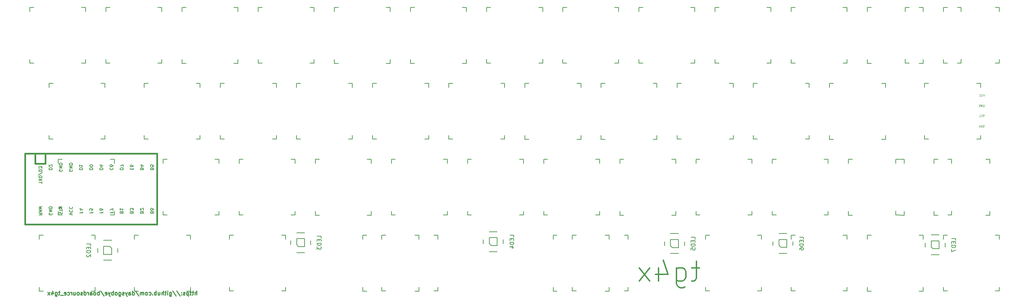
<source format=gbr>
G04 #@! TF.GenerationSoftware,KiCad,Pcbnew,(5.1.4-0-10_14)*
G04 #@! TF.CreationDate,2020-06-13T19:46:11-07:00*
G04 #@! TF.ProjectId,TG4xhotswap,54473478-686f-4747-9377-61702e6b6963,rev?*
G04 #@! TF.SameCoordinates,Original*
G04 #@! TF.FileFunction,Legend,Bot*
G04 #@! TF.FilePolarity,Positive*
%FSLAX46Y46*%
G04 Gerber Fmt 4.6, Leading zero omitted, Abs format (unit mm)*
G04 Created by KiCad (PCBNEW (5.1.4-0-10_14)) date 2020-06-13 19:46:11*
%MOMM*%
%LPD*%
G04 APERTURE LIST*
%ADD10C,0.250000*%
%ADD11C,0.300000*%
%ADD12C,0.125000*%
%ADD13C,0.150000*%
%ADD14C,0.200000*%
%ADD15C,0.381000*%
G04 APERTURE END LIST*
D10*
X55867619Y-86222380D02*
X55867619Y-85222380D01*
X55439047Y-86222380D02*
X55439047Y-85698571D01*
X55486666Y-85603333D01*
X55581904Y-85555714D01*
X55724761Y-85555714D01*
X55820000Y-85603333D01*
X55867619Y-85650952D01*
X55105714Y-85555714D02*
X54724761Y-85555714D01*
X54962857Y-85222380D02*
X54962857Y-86079523D01*
X54915238Y-86174761D01*
X54820000Y-86222380D01*
X54724761Y-86222380D01*
X54534285Y-85555714D02*
X54153333Y-85555714D01*
X54391428Y-85222380D02*
X54391428Y-86079523D01*
X54343809Y-86174761D01*
X54248571Y-86222380D01*
X54153333Y-86222380D01*
X53819999Y-85555714D02*
X53819999Y-86555714D01*
X53819999Y-85603333D02*
X53724761Y-85555714D01*
X53534285Y-85555714D01*
X53439047Y-85603333D01*
X53391428Y-85650952D01*
X53343809Y-85746190D01*
X53343809Y-86031904D01*
X53391428Y-86127142D01*
X53439047Y-86174761D01*
X53534285Y-86222380D01*
X53724761Y-86222380D01*
X53819999Y-86174761D01*
X52962857Y-86174761D02*
X52867619Y-86222380D01*
X52677142Y-86222380D01*
X52581904Y-86174761D01*
X52534285Y-86079523D01*
X52534285Y-86031904D01*
X52581904Y-85936666D01*
X52677142Y-85889047D01*
X52819999Y-85889047D01*
X52915238Y-85841428D01*
X52962857Y-85746190D01*
X52962857Y-85698571D01*
X52915238Y-85603333D01*
X52819999Y-85555714D01*
X52677142Y-85555714D01*
X52581904Y-85603333D01*
X52105714Y-86127142D02*
X52058095Y-86174761D01*
X52105714Y-86222380D01*
X52153333Y-86174761D01*
X52105714Y-86127142D01*
X52105714Y-86222380D01*
X52105714Y-85603333D02*
X52058095Y-85650952D01*
X52105714Y-85698571D01*
X52153333Y-85650952D01*
X52105714Y-85603333D01*
X52105714Y-85698571D01*
X50915238Y-85174761D02*
X51772380Y-86460476D01*
X49867619Y-85174761D02*
X50724761Y-86460476D01*
X49105714Y-85555714D02*
X49105714Y-86365238D01*
X49153333Y-86460476D01*
X49200952Y-86508095D01*
X49296190Y-86555714D01*
X49439047Y-86555714D01*
X49534285Y-86508095D01*
X49105714Y-86174761D02*
X49200952Y-86222380D01*
X49391428Y-86222380D01*
X49486666Y-86174761D01*
X49534285Y-86127142D01*
X49581904Y-86031904D01*
X49581904Y-85746190D01*
X49534285Y-85650952D01*
X49486666Y-85603333D01*
X49391428Y-85555714D01*
X49200952Y-85555714D01*
X49105714Y-85603333D01*
X48629523Y-86222380D02*
X48629523Y-85555714D01*
X48629523Y-85222380D02*
X48677142Y-85270000D01*
X48629523Y-85317619D01*
X48581904Y-85270000D01*
X48629523Y-85222380D01*
X48629523Y-85317619D01*
X48296190Y-85555714D02*
X47915238Y-85555714D01*
X48153333Y-85222380D02*
X48153333Y-86079523D01*
X48105714Y-86174761D01*
X48010476Y-86222380D01*
X47915238Y-86222380D01*
X47581904Y-86222380D02*
X47581904Y-85222380D01*
X47153333Y-86222380D02*
X47153333Y-85698571D01*
X47200952Y-85603333D01*
X47296190Y-85555714D01*
X47439047Y-85555714D01*
X47534285Y-85603333D01*
X47581904Y-85650952D01*
X46248571Y-85555714D02*
X46248571Y-86222380D01*
X46677142Y-85555714D02*
X46677142Y-86079523D01*
X46629523Y-86174761D01*
X46534285Y-86222380D01*
X46391428Y-86222380D01*
X46296190Y-86174761D01*
X46248571Y-86127142D01*
X45772380Y-86222380D02*
X45772380Y-85222380D01*
X45772380Y-85603333D02*
X45677142Y-85555714D01*
X45486666Y-85555714D01*
X45391428Y-85603333D01*
X45343809Y-85650952D01*
X45296190Y-85746190D01*
X45296190Y-86031904D01*
X45343809Y-86127142D01*
X45391428Y-86174761D01*
X45486666Y-86222380D01*
X45677142Y-86222380D01*
X45772380Y-86174761D01*
X44867619Y-86127142D02*
X44820000Y-86174761D01*
X44867619Y-86222380D01*
X44915238Y-86174761D01*
X44867619Y-86127142D01*
X44867619Y-86222380D01*
X43962857Y-86174761D02*
X44058095Y-86222380D01*
X44248571Y-86222380D01*
X44343809Y-86174761D01*
X44391428Y-86127142D01*
X44439047Y-86031904D01*
X44439047Y-85746190D01*
X44391428Y-85650952D01*
X44343809Y-85603333D01*
X44248571Y-85555714D01*
X44058095Y-85555714D01*
X43962857Y-85603333D01*
X43391428Y-86222380D02*
X43486666Y-86174761D01*
X43534285Y-86127142D01*
X43581904Y-86031904D01*
X43581904Y-85746190D01*
X43534285Y-85650952D01*
X43486666Y-85603333D01*
X43391428Y-85555714D01*
X43248571Y-85555714D01*
X43153333Y-85603333D01*
X43105714Y-85650952D01*
X43058095Y-85746190D01*
X43058095Y-86031904D01*
X43105714Y-86127142D01*
X43153333Y-86174761D01*
X43248571Y-86222380D01*
X43391428Y-86222380D01*
X42629523Y-86222380D02*
X42629523Y-85555714D01*
X42629523Y-85650952D02*
X42581904Y-85603333D01*
X42486666Y-85555714D01*
X42343809Y-85555714D01*
X42248571Y-85603333D01*
X42200952Y-85698571D01*
X42200952Y-86222380D01*
X42200952Y-85698571D02*
X42153333Y-85603333D01*
X42058095Y-85555714D01*
X41915238Y-85555714D01*
X41820000Y-85603333D01*
X41772380Y-85698571D01*
X41772380Y-86222380D01*
X40581904Y-85174761D02*
X41439047Y-86460476D01*
X39820000Y-86222380D02*
X39820000Y-85222380D01*
X39820000Y-86174761D02*
X39915238Y-86222380D01*
X40105714Y-86222380D01*
X40200952Y-86174761D01*
X40248571Y-86127142D01*
X40296190Y-86031904D01*
X40296190Y-85746190D01*
X40248571Y-85650952D01*
X40200952Y-85603333D01*
X40105714Y-85555714D01*
X39915238Y-85555714D01*
X39820000Y-85603333D01*
X38915238Y-86222380D02*
X38915238Y-85698571D01*
X38962857Y-85603333D01*
X39058095Y-85555714D01*
X39248571Y-85555714D01*
X39343809Y-85603333D01*
X38915238Y-86174761D02*
X39010476Y-86222380D01*
X39248571Y-86222380D01*
X39343809Y-86174761D01*
X39391428Y-86079523D01*
X39391428Y-85984285D01*
X39343809Y-85889047D01*
X39248571Y-85841428D01*
X39010476Y-85841428D01*
X38915238Y-85793809D01*
X38534285Y-85555714D02*
X38296190Y-86222380D01*
X38058095Y-85555714D02*
X38296190Y-86222380D01*
X38391428Y-86460476D01*
X38439047Y-86508095D01*
X38534285Y-86555714D01*
X37724761Y-86174761D02*
X37629523Y-86222380D01*
X37439047Y-86222380D01*
X37343809Y-86174761D01*
X37296190Y-86079523D01*
X37296190Y-86031904D01*
X37343809Y-85936666D01*
X37439047Y-85889047D01*
X37581904Y-85889047D01*
X37677142Y-85841428D01*
X37724761Y-85746190D01*
X37724761Y-85698571D01*
X37677142Y-85603333D01*
X37581904Y-85555714D01*
X37439047Y-85555714D01*
X37343809Y-85603333D01*
X36439047Y-85555714D02*
X36439047Y-86365238D01*
X36486666Y-86460476D01*
X36534285Y-86508095D01*
X36629523Y-86555714D01*
X36772380Y-86555714D01*
X36867619Y-86508095D01*
X36439047Y-86174761D02*
X36534285Y-86222380D01*
X36724761Y-86222380D01*
X36820000Y-86174761D01*
X36867619Y-86127142D01*
X36915238Y-86031904D01*
X36915238Y-85746190D01*
X36867619Y-85650952D01*
X36820000Y-85603333D01*
X36724761Y-85555714D01*
X36534285Y-85555714D01*
X36439047Y-85603333D01*
X35820000Y-86222380D02*
X35915238Y-86174761D01*
X35962857Y-86127142D01*
X36010476Y-86031904D01*
X36010476Y-85746190D01*
X35962857Y-85650952D01*
X35915238Y-85603333D01*
X35820000Y-85555714D01*
X35677142Y-85555714D01*
X35581904Y-85603333D01*
X35534285Y-85650952D01*
X35486666Y-85746190D01*
X35486666Y-86031904D01*
X35534285Y-86127142D01*
X35581904Y-86174761D01*
X35677142Y-86222380D01*
X35820000Y-86222380D01*
X35058095Y-86222380D02*
X35058095Y-85222380D01*
X35058095Y-85603333D02*
X34962857Y-85555714D01*
X34772380Y-85555714D01*
X34677142Y-85603333D01*
X34629523Y-85650952D01*
X34581904Y-85746190D01*
X34581904Y-86031904D01*
X34629523Y-86127142D01*
X34677142Y-86174761D01*
X34772380Y-86222380D01*
X34962857Y-86222380D01*
X35058095Y-86174761D01*
X34248571Y-85555714D02*
X34010476Y-86222380D01*
X33772380Y-85555714D02*
X34010476Y-86222380D01*
X34105714Y-86460476D01*
X34153333Y-86508095D01*
X34248571Y-86555714D01*
X33010476Y-86174761D02*
X33105714Y-86222380D01*
X33296190Y-86222380D01*
X33391428Y-86174761D01*
X33439047Y-86079523D01*
X33439047Y-85698571D01*
X33391428Y-85603333D01*
X33296190Y-85555714D01*
X33105714Y-85555714D01*
X33010476Y-85603333D01*
X32962857Y-85698571D01*
X32962857Y-85793809D01*
X33439047Y-85889047D01*
X31820000Y-85174761D02*
X32677142Y-86460476D01*
X31486666Y-86222380D02*
X31486666Y-85222380D01*
X31486666Y-85603333D02*
X31391428Y-85555714D01*
X31200952Y-85555714D01*
X31105714Y-85603333D01*
X31058095Y-85650952D01*
X31010476Y-85746190D01*
X31010476Y-86031904D01*
X31058095Y-86127142D01*
X31105714Y-86174761D01*
X31200952Y-86222380D01*
X31391428Y-86222380D01*
X31486666Y-86174761D01*
X30439047Y-86222380D02*
X30534285Y-86174761D01*
X30581904Y-86127142D01*
X30629523Y-86031904D01*
X30629523Y-85746190D01*
X30581904Y-85650952D01*
X30534285Y-85603333D01*
X30439047Y-85555714D01*
X30296190Y-85555714D01*
X30200952Y-85603333D01*
X30153333Y-85650952D01*
X30105714Y-85746190D01*
X30105714Y-86031904D01*
X30153333Y-86127142D01*
X30200952Y-86174761D01*
X30296190Y-86222380D01*
X30439047Y-86222380D01*
X29248571Y-86222380D02*
X29248571Y-85698571D01*
X29296190Y-85603333D01*
X29391428Y-85555714D01*
X29581904Y-85555714D01*
X29677142Y-85603333D01*
X29248571Y-86174761D02*
X29343809Y-86222380D01*
X29581904Y-86222380D01*
X29677142Y-86174761D01*
X29724761Y-86079523D01*
X29724761Y-85984285D01*
X29677142Y-85889047D01*
X29581904Y-85841428D01*
X29343809Y-85841428D01*
X29248571Y-85793809D01*
X28772380Y-86222380D02*
X28772380Y-85555714D01*
X28772380Y-85746190D02*
X28724761Y-85650952D01*
X28677142Y-85603333D01*
X28581904Y-85555714D01*
X28486666Y-85555714D01*
X27724761Y-86222380D02*
X27724761Y-85222380D01*
X27724761Y-86174761D02*
X27820000Y-86222380D01*
X28010476Y-86222380D01*
X28105714Y-86174761D01*
X28153333Y-86127142D01*
X28200952Y-86031904D01*
X28200952Y-85746190D01*
X28153333Y-85650952D01*
X28105714Y-85603333D01*
X28010476Y-85555714D01*
X27820000Y-85555714D01*
X27724761Y-85603333D01*
X27296190Y-86174761D02*
X27200952Y-86222380D01*
X27010476Y-86222380D01*
X26915238Y-86174761D01*
X26867619Y-86079523D01*
X26867619Y-86031904D01*
X26915238Y-85936666D01*
X27010476Y-85889047D01*
X27153333Y-85889047D01*
X27248571Y-85841428D01*
X27296190Y-85746190D01*
X27296190Y-85698571D01*
X27248571Y-85603333D01*
X27153333Y-85555714D01*
X27010476Y-85555714D01*
X26915238Y-85603333D01*
X26296190Y-86222380D02*
X26391428Y-86174761D01*
X26439047Y-86127142D01*
X26486666Y-86031904D01*
X26486666Y-85746190D01*
X26439047Y-85650952D01*
X26391428Y-85603333D01*
X26296190Y-85555714D01*
X26153333Y-85555714D01*
X26058095Y-85603333D01*
X26010476Y-85650952D01*
X25962857Y-85746190D01*
X25962857Y-86031904D01*
X26010476Y-86127142D01*
X26058095Y-86174761D01*
X26153333Y-86222380D01*
X26296190Y-86222380D01*
X25105714Y-85555714D02*
X25105714Y-86222380D01*
X25534285Y-85555714D02*
X25534285Y-86079523D01*
X25486666Y-86174761D01*
X25391428Y-86222380D01*
X25248571Y-86222380D01*
X25153333Y-86174761D01*
X25105714Y-86127142D01*
X24629523Y-86222380D02*
X24629523Y-85555714D01*
X24629523Y-85746190D02*
X24581904Y-85650952D01*
X24534285Y-85603333D01*
X24439047Y-85555714D01*
X24343809Y-85555714D01*
X23581904Y-86174761D02*
X23677142Y-86222380D01*
X23867619Y-86222380D01*
X23962857Y-86174761D01*
X24010476Y-86127142D01*
X24058095Y-86031904D01*
X24058095Y-85746190D01*
X24010476Y-85650952D01*
X23962857Y-85603333D01*
X23867619Y-85555714D01*
X23677142Y-85555714D01*
X23581904Y-85603333D01*
X22772380Y-86174761D02*
X22867619Y-86222380D01*
X23058095Y-86222380D01*
X23153333Y-86174761D01*
X23200952Y-86079523D01*
X23200952Y-85698571D01*
X23153333Y-85603333D01*
X23058095Y-85555714D01*
X22867619Y-85555714D01*
X22772380Y-85603333D01*
X22724761Y-85698571D01*
X22724761Y-85793809D01*
X23200952Y-85889047D01*
X22534285Y-86317619D02*
X21772380Y-86317619D01*
X21677142Y-85555714D02*
X21296190Y-85555714D01*
X21534285Y-85222380D02*
X21534285Y-86079523D01*
X21486666Y-86174761D01*
X21391428Y-86222380D01*
X21296190Y-86222380D01*
X20534285Y-85555714D02*
X20534285Y-86365238D01*
X20581904Y-86460476D01*
X20629523Y-86508095D01*
X20724761Y-86555714D01*
X20867619Y-86555714D01*
X20962857Y-86508095D01*
X20534285Y-86174761D02*
X20629523Y-86222380D01*
X20820000Y-86222380D01*
X20915238Y-86174761D01*
X20962857Y-86127142D01*
X21010476Y-86031904D01*
X21010476Y-85746190D01*
X20962857Y-85650952D01*
X20915238Y-85603333D01*
X20820000Y-85555714D01*
X20629523Y-85555714D01*
X20534285Y-85603333D01*
X19629523Y-85555714D02*
X19629523Y-86222380D01*
X19867619Y-85174761D02*
X20105714Y-85889047D01*
X19486666Y-85889047D01*
X19200952Y-86222380D02*
X18677142Y-85555714D01*
X19200952Y-85555714D02*
X18677142Y-86222380D01*
D11*
X181689047Y-79398571D02*
X179784285Y-79398571D01*
X180974761Y-77731904D02*
X180974761Y-82017619D01*
X180736666Y-82493809D01*
X180260476Y-82731904D01*
X179784285Y-82731904D01*
X175974761Y-79398571D02*
X175974761Y-83446190D01*
X176212857Y-83922380D01*
X176450952Y-84160476D01*
X176927142Y-84398571D01*
X177641428Y-84398571D01*
X178117619Y-84160476D01*
X175974761Y-82493809D02*
X176450952Y-82731904D01*
X177403333Y-82731904D01*
X177879523Y-82493809D01*
X178117619Y-82255714D01*
X178355714Y-81779523D01*
X178355714Y-80350952D01*
X178117619Y-79874761D01*
X177879523Y-79636666D01*
X177403333Y-79398571D01*
X176450952Y-79398571D01*
X175974761Y-79636666D01*
X171450952Y-79398571D02*
X171450952Y-82731904D01*
X172641428Y-77493809D02*
X173831904Y-81065238D01*
X170736666Y-81065238D01*
X169308095Y-82731904D02*
X166689047Y-79398571D01*
X169308095Y-79398571D02*
X166689047Y-82731904D01*
D12*
X252918042Y-44093580D02*
X252846614Y-44117390D01*
X252727566Y-44117390D01*
X252679947Y-44093580D01*
X252656138Y-44069771D01*
X252632328Y-44022152D01*
X252632328Y-43974533D01*
X252656138Y-43926914D01*
X252679947Y-43903104D01*
X252727566Y-43879295D01*
X252822804Y-43855485D01*
X252870423Y-43831676D01*
X252894233Y-43807866D01*
X252918042Y-43760247D01*
X252918042Y-43712628D01*
X252894233Y-43665009D01*
X252870423Y-43641200D01*
X252822804Y-43617390D01*
X252703757Y-43617390D01*
X252632328Y-43641200D01*
X252418042Y-44117390D02*
X252418042Y-43617390D01*
X252298995Y-43617390D01*
X252227566Y-43641200D01*
X252179947Y-43688819D01*
X252156138Y-43736438D01*
X252132328Y-43831676D01*
X252132328Y-43903104D01*
X252156138Y-43998342D01*
X252179947Y-44045961D01*
X252227566Y-44093580D01*
X252298995Y-44117390D01*
X252418042Y-44117390D01*
X251941852Y-43974533D02*
X251703757Y-43974533D01*
X251989471Y-44117390D02*
X251822804Y-43617390D01*
X251656138Y-44117390D01*
X252906138Y-41451980D02*
X252834709Y-41475790D01*
X252715661Y-41475790D01*
X252668042Y-41451980D01*
X252644233Y-41428171D01*
X252620423Y-41380552D01*
X252620423Y-41332933D01*
X252644233Y-41285314D01*
X252668042Y-41261504D01*
X252715661Y-41237695D01*
X252810900Y-41213885D01*
X252858519Y-41190076D01*
X252882328Y-41166266D01*
X252906138Y-41118647D01*
X252906138Y-41071028D01*
X252882328Y-41023409D01*
X252858519Y-40999600D01*
X252810900Y-40975790D01*
X252691852Y-40975790D01*
X252620423Y-40999600D01*
X252120423Y-41428171D02*
X252144233Y-41451980D01*
X252215661Y-41475790D01*
X252263280Y-41475790D01*
X252334709Y-41451980D01*
X252382328Y-41404361D01*
X252406138Y-41356742D01*
X252429947Y-41261504D01*
X252429947Y-41190076D01*
X252406138Y-41094838D01*
X252382328Y-41047219D01*
X252334709Y-40999600D01*
X252263280Y-40975790D01*
X252215661Y-40975790D01*
X252144233Y-40999600D01*
X252120423Y-41023409D01*
X251668042Y-41475790D02*
X251906138Y-41475790D01*
X251906138Y-40975790D01*
X252691852Y-38510400D02*
X252739471Y-38486590D01*
X252810900Y-38486590D01*
X252882328Y-38510400D01*
X252929947Y-38558019D01*
X252953757Y-38605638D01*
X252977566Y-38700876D01*
X252977566Y-38772304D01*
X252953757Y-38867542D01*
X252929947Y-38915161D01*
X252882328Y-38962780D01*
X252810900Y-38986590D01*
X252763280Y-38986590D01*
X252691852Y-38962780D01*
X252668042Y-38938971D01*
X252668042Y-38772304D01*
X252763280Y-38772304D01*
X252453757Y-38986590D02*
X252453757Y-38486590D01*
X252168042Y-38986590D01*
X252168042Y-38486590D01*
X251929947Y-38986590D02*
X251929947Y-38486590D01*
X251810900Y-38486590D01*
X251739471Y-38510400D01*
X251691852Y-38558019D01*
X251668042Y-38605638D01*
X251644233Y-38700876D01*
X251644233Y-38772304D01*
X251668042Y-38867542D01*
X251691852Y-38915161D01*
X251739471Y-38962780D01*
X251810900Y-38986590D01*
X251929947Y-38986590D01*
X253066466Y-35883090D02*
X252899800Y-36383090D01*
X252733133Y-35883090D01*
X252280752Y-36335471D02*
X252304561Y-36359280D01*
X252375990Y-36383090D01*
X252423609Y-36383090D01*
X252495038Y-36359280D01*
X252542657Y-36311661D01*
X252566466Y-36264042D01*
X252590276Y-36168804D01*
X252590276Y-36097376D01*
X252566466Y-36002138D01*
X252542657Y-35954519D01*
X252495038Y-35906900D01*
X252423609Y-35883090D01*
X252375990Y-35883090D01*
X252304561Y-35906900D01*
X252280752Y-35930709D01*
X251780752Y-36335471D02*
X251804561Y-36359280D01*
X251875990Y-36383090D01*
X251923609Y-36383090D01*
X251995038Y-36359280D01*
X252042657Y-36311661D01*
X252066466Y-36264042D01*
X252090276Y-36168804D01*
X252090276Y-36097376D01*
X252066466Y-36002138D01*
X252042657Y-35954519D01*
X251995038Y-35906900D01*
X251923609Y-35883090D01*
X251875990Y-35883090D01*
X251804561Y-35906900D01*
X251780752Y-35930709D01*
D13*
X237708200Y-14107400D02*
X237708200Y-15107400D01*
X236708200Y-14107400D02*
X237708200Y-14107400D01*
X237708200Y-28107400D02*
X236708200Y-28107400D01*
X237708200Y-27107400D02*
X237708200Y-28107400D01*
X223708200Y-28107400D02*
X223708200Y-27107400D01*
X224708200Y-28107400D02*
X223708200Y-28107400D01*
X223708200Y-14107400D02*
X224708200Y-14107400D01*
X223708200Y-15107400D02*
X223708200Y-14107400D01*
X35295600Y-52182000D02*
X35295600Y-53182000D01*
X34295600Y-52182000D02*
X35295600Y-52182000D01*
X35295600Y-66182000D02*
X34295600Y-66182000D01*
X35295600Y-65182000D02*
X35295600Y-66182000D01*
X21295600Y-66182000D02*
X21295600Y-65182000D01*
X22295600Y-66182000D02*
X21295600Y-66182000D01*
X21295600Y-52182000D02*
X22295600Y-52182000D01*
X21295600Y-53182000D02*
X21295600Y-52182000D01*
X30545800Y-71257400D02*
X30545800Y-72257400D01*
X29545800Y-71257400D02*
X30545800Y-71257400D01*
X30545800Y-85257400D02*
X29545800Y-85257400D01*
X30545800Y-84257400D02*
X30545800Y-85257400D01*
X16545800Y-85257400D02*
X16545800Y-84257400D01*
X17545800Y-85257400D02*
X16545800Y-85257400D01*
X16545800Y-71257400D02*
X17545800Y-71257400D01*
X16545800Y-72257400D02*
X16545800Y-71257400D01*
X54345600Y-71257400D02*
X54345600Y-72257400D01*
X53345600Y-71257400D02*
X54345600Y-71257400D01*
X54345600Y-85257400D02*
X53345600Y-85257400D01*
X54345600Y-84257400D02*
X54345600Y-85257400D01*
X40345600Y-85257400D02*
X40345600Y-84257400D01*
X41345600Y-85257400D02*
X40345600Y-85257400D01*
X40345600Y-71257400D02*
X41345600Y-71257400D01*
X40345600Y-72257400D02*
X40345600Y-71257400D01*
X78145400Y-71232000D02*
X78145400Y-72232000D01*
X77145400Y-71232000D02*
X78145400Y-71232000D01*
X78145400Y-85232000D02*
X77145400Y-85232000D01*
X78145400Y-84232000D02*
X78145400Y-85232000D01*
X64145400Y-85232000D02*
X64145400Y-84232000D01*
X65145400Y-85232000D02*
X64145400Y-85232000D01*
X64145400Y-71232000D02*
X65145400Y-71232000D01*
X64145400Y-72232000D02*
X64145400Y-71232000D01*
X159107900Y-71257400D02*
X159107900Y-72257400D01*
X158107900Y-71257400D02*
X159107900Y-71257400D01*
X159107900Y-85257400D02*
X158107900Y-85257400D01*
X159107900Y-84257400D02*
X159107900Y-85257400D01*
X145107900Y-85257400D02*
X145107900Y-84257400D01*
X146107900Y-85257400D02*
X145107900Y-85257400D01*
X145107900Y-71257400D02*
X146107900Y-71257400D01*
X145107900Y-72257400D02*
X145107900Y-71257400D01*
X163895800Y-71232000D02*
X163895800Y-72232000D01*
X162895800Y-71232000D02*
X163895800Y-71232000D01*
X163895800Y-85232000D02*
X162895800Y-85232000D01*
X163895800Y-84232000D02*
X163895800Y-85232000D01*
X149895800Y-85232000D02*
X149895800Y-84232000D01*
X150895800Y-85232000D02*
X149895800Y-85232000D01*
X149895800Y-71232000D02*
X150895800Y-71232000D01*
X149895800Y-72232000D02*
X149895800Y-71232000D01*
X111508300Y-71244700D02*
X111508300Y-72244700D01*
X110508300Y-71244700D02*
X111508300Y-71244700D01*
X111508300Y-85244700D02*
X110508300Y-85244700D01*
X111508300Y-84244700D02*
X111508300Y-85244700D01*
X97508300Y-85244700D02*
X97508300Y-84244700D01*
X98508300Y-85244700D02*
X97508300Y-85244700D01*
X97508300Y-71244700D02*
X98508300Y-71244700D01*
X97508300Y-72244700D02*
X97508300Y-71244700D01*
X116245400Y-71232000D02*
X116245400Y-72232000D01*
X115245400Y-71232000D02*
X116245400Y-71232000D01*
X116245400Y-85232000D02*
X115245400Y-85232000D01*
X116245400Y-84232000D02*
X116245400Y-85232000D01*
X102245400Y-85232000D02*
X102245400Y-84232000D01*
X103245400Y-85232000D02*
X102245400Y-85232000D01*
X102245400Y-71232000D02*
X103245400Y-71232000D01*
X102245400Y-72232000D02*
X102245400Y-71232000D01*
X240370600Y-66207400D02*
X240370600Y-65207400D01*
X241370600Y-66207400D02*
X240370600Y-66207400D01*
X240370600Y-52207400D02*
X241370600Y-52207400D01*
X240370600Y-53207400D02*
X240370600Y-52207400D01*
X254370600Y-52207400D02*
X254370600Y-53207400D01*
X253370600Y-52207400D02*
X254370600Y-52207400D01*
X254370600Y-66207400D02*
X253370600Y-66207400D01*
X254370600Y-65207400D02*
X254370600Y-66207400D01*
X230832900Y-66156600D02*
X230832900Y-65156600D01*
X231832900Y-66156600D02*
X230832900Y-66156600D01*
X230832900Y-52156600D02*
X231832900Y-52156600D01*
X230832900Y-53156600D02*
X230832900Y-52156600D01*
X244832900Y-52156600D02*
X244832900Y-53156600D01*
X243832900Y-52156600D02*
X244832900Y-52156600D01*
X244832900Y-66156600D02*
X243832900Y-66156600D01*
X244832900Y-65156600D02*
X244832900Y-66156600D01*
X233207800Y-28069300D02*
X233207800Y-27069300D01*
X234207800Y-28069300D02*
X233207800Y-28069300D01*
X233207800Y-14069300D02*
X234207800Y-14069300D01*
X233207800Y-15069300D02*
X233207800Y-14069300D01*
X247207800Y-14069300D02*
X247207800Y-15069300D01*
X246207800Y-14069300D02*
X247207800Y-14069300D01*
X247207800Y-28069300D02*
X246207800Y-28069300D01*
X247207800Y-27069300D02*
X247207800Y-28069300D01*
X32984200Y-33132000D02*
X32984200Y-34132000D01*
X31984200Y-33132000D02*
X32984200Y-33132000D01*
X32984200Y-47132000D02*
X31984200Y-47132000D01*
X32984200Y-46132000D02*
X32984200Y-47132000D01*
X18984200Y-47132000D02*
X18984200Y-46132000D01*
X19984200Y-47132000D02*
X18984200Y-47132000D01*
X18984200Y-33132000D02*
X19984200Y-33132000D01*
X18984200Y-34132000D02*
X18984200Y-33132000D01*
X252059200Y-33132000D02*
X252059200Y-34132000D01*
X251059200Y-33132000D02*
X252059200Y-33132000D01*
X252059200Y-47132000D02*
X251059200Y-47132000D01*
X252059200Y-46132000D02*
X252059200Y-47132000D01*
X238059200Y-47132000D02*
X238059200Y-46132000D01*
X239059200Y-47132000D02*
X238059200Y-47132000D01*
X238059200Y-33132000D02*
X239059200Y-33132000D01*
X238059200Y-34132000D02*
X238059200Y-33132000D01*
X75859400Y-33132000D02*
X75859400Y-34132000D01*
X74859400Y-33132000D02*
X75859400Y-33132000D01*
X75859400Y-47132000D02*
X74859400Y-47132000D01*
X75859400Y-46132000D02*
X75859400Y-47132000D01*
X61859400Y-47132000D02*
X61859400Y-46132000D01*
X62859400Y-47132000D02*
X61859400Y-47132000D01*
X61859400Y-33132000D02*
X62859400Y-33132000D01*
X61859400Y-34132000D02*
X61859400Y-33132000D01*
X175783000Y-52207400D02*
X175783000Y-53207400D01*
X174783000Y-52207400D02*
X175783000Y-52207400D01*
X175783000Y-66207400D02*
X174783000Y-66207400D01*
X175783000Y-65207400D02*
X175783000Y-66207400D01*
X161783000Y-66207400D02*
X161783000Y-65207400D01*
X162783000Y-66207400D02*
X161783000Y-66207400D01*
X161783000Y-52207400D02*
X162783000Y-52207400D01*
X161783000Y-53207400D02*
X161783000Y-52207400D01*
X61508400Y-52182000D02*
X61508400Y-53182000D01*
X60508400Y-52182000D02*
X61508400Y-52182000D01*
X61508400Y-66182000D02*
X60508400Y-66182000D01*
X61508400Y-65182000D02*
X61508400Y-66182000D01*
X47508400Y-66182000D02*
X47508400Y-65182000D01*
X48508400Y-66182000D02*
X47508400Y-66182000D01*
X47508400Y-52182000D02*
X48508400Y-52182000D01*
X47508400Y-53182000D02*
X47508400Y-52182000D01*
X99608400Y-52207400D02*
X99608400Y-53207400D01*
X98608400Y-52207400D02*
X99608400Y-52207400D01*
X99608400Y-66207400D02*
X98608400Y-66207400D01*
X99608400Y-65207400D02*
X99608400Y-66207400D01*
X85608400Y-66207400D02*
X85608400Y-65207400D01*
X86608400Y-66207400D02*
X85608400Y-66207400D01*
X85608400Y-52207400D02*
X86608400Y-52207400D01*
X85608400Y-53207400D02*
X85608400Y-52207400D01*
X194833000Y-52182000D02*
X194833000Y-53182000D01*
X193833000Y-52182000D02*
X194833000Y-52182000D01*
X194833000Y-66182000D02*
X193833000Y-66182000D01*
X194833000Y-65182000D02*
X194833000Y-66182000D01*
X180833000Y-66182000D02*
X180833000Y-65182000D01*
X181833000Y-66182000D02*
X180833000Y-66182000D01*
X180833000Y-52182000D02*
X181833000Y-52182000D01*
X180833000Y-53182000D02*
X180833000Y-52182000D01*
X85308200Y-14082000D02*
X85308200Y-15082000D01*
X84308200Y-14082000D02*
X85308200Y-14082000D01*
X85308200Y-28082000D02*
X84308200Y-28082000D01*
X85308200Y-27082000D02*
X85308200Y-28082000D01*
X71308200Y-28082000D02*
X71308200Y-27082000D01*
X72308200Y-28082000D02*
X71308200Y-28082000D01*
X71308200Y-14082000D02*
X72308200Y-14082000D01*
X71308200Y-15082000D02*
X71308200Y-14082000D01*
X213908400Y-52182000D02*
X213908400Y-53182000D01*
X212908400Y-52182000D02*
X213908400Y-52182000D01*
X213908400Y-66182000D02*
X212908400Y-66182000D01*
X213908400Y-65182000D02*
X213908400Y-66182000D01*
X199908400Y-66182000D02*
X199908400Y-65182000D01*
X200908400Y-66182000D02*
X199908400Y-66182000D01*
X199908400Y-52182000D02*
X200908400Y-52182000D01*
X199908400Y-53182000D02*
X199908400Y-52182000D01*
X28158200Y-14082000D02*
X28158200Y-15082000D01*
X27158200Y-14082000D02*
X28158200Y-14082000D01*
X28158200Y-28082000D02*
X27158200Y-28082000D01*
X28158200Y-27082000D02*
X28158200Y-28082000D01*
X14158200Y-28082000D02*
X14158200Y-27082000D01*
X15158200Y-28082000D02*
X14158200Y-28082000D01*
X14158200Y-14082000D02*
X15158200Y-14082000D01*
X14158200Y-15082000D02*
X14158200Y-14082000D01*
X47208200Y-14082000D02*
X47208200Y-15082000D01*
X46208200Y-14082000D02*
X47208200Y-14082000D01*
X47208200Y-28082000D02*
X46208200Y-28082000D01*
X47208200Y-27082000D02*
X47208200Y-28082000D01*
X33208200Y-28082000D02*
X33208200Y-27082000D01*
X34208200Y-28082000D02*
X33208200Y-28082000D01*
X33208200Y-14082000D02*
X34208200Y-14082000D01*
X33208200Y-15082000D02*
X33208200Y-14082000D01*
X66258200Y-14107400D02*
X66258200Y-15107400D01*
X65258200Y-14107400D02*
X66258200Y-14107400D01*
X66258200Y-28107400D02*
X65258200Y-28107400D01*
X66258200Y-27107400D02*
X66258200Y-28107400D01*
X52258200Y-28107400D02*
X52258200Y-27107400D01*
X53258200Y-28107400D02*
X52258200Y-28107400D01*
X52258200Y-14107400D02*
X53258200Y-14107400D01*
X52258200Y-15107400D02*
X52258200Y-14107400D01*
X104358200Y-14107400D02*
X104358200Y-15107400D01*
X103358200Y-14107400D02*
X104358200Y-14107400D01*
X104358200Y-28107400D02*
X103358200Y-28107400D01*
X104358200Y-27107400D02*
X104358200Y-28107400D01*
X90358200Y-28107400D02*
X90358200Y-27107400D01*
X91358200Y-28107400D02*
X90358200Y-28107400D01*
X90358200Y-14107400D02*
X91358200Y-14107400D01*
X90358200Y-15107400D02*
X90358200Y-14107400D01*
X123408200Y-14107400D02*
X123408200Y-15107400D01*
X122408200Y-14107400D02*
X123408200Y-14107400D01*
X123408200Y-28107400D02*
X122408200Y-28107400D01*
X123408200Y-27107400D02*
X123408200Y-28107400D01*
X109408200Y-28107400D02*
X109408200Y-27107400D01*
X110408200Y-28107400D02*
X109408200Y-28107400D01*
X109408200Y-14107400D02*
X110408200Y-14107400D01*
X109408200Y-15107400D02*
X109408200Y-14107400D01*
X142483600Y-14056600D02*
X142483600Y-15056600D01*
X141483600Y-14056600D02*
X142483600Y-14056600D01*
X142483600Y-28056600D02*
X141483600Y-28056600D01*
X142483600Y-27056600D02*
X142483600Y-28056600D01*
X128483600Y-28056600D02*
X128483600Y-27056600D01*
X129483600Y-28056600D02*
X128483600Y-28056600D01*
X128483600Y-14056600D02*
X129483600Y-14056600D01*
X128483600Y-15056600D02*
X128483600Y-14056600D01*
X161508200Y-14082000D02*
X161508200Y-15082000D01*
X160508200Y-14082000D02*
X161508200Y-14082000D01*
X161508200Y-28082000D02*
X160508200Y-28082000D01*
X161508200Y-27082000D02*
X161508200Y-28082000D01*
X147508200Y-28082000D02*
X147508200Y-27082000D01*
X148508200Y-28082000D02*
X147508200Y-28082000D01*
X147508200Y-14082000D02*
X148508200Y-14082000D01*
X147508200Y-15082000D02*
X147508200Y-14082000D01*
X180558200Y-14082000D02*
X180558200Y-15082000D01*
X179558200Y-14082000D02*
X180558200Y-14082000D01*
X180558200Y-28082000D02*
X179558200Y-28082000D01*
X180558200Y-27082000D02*
X180558200Y-28082000D01*
X166558200Y-28082000D02*
X166558200Y-27082000D01*
X167558200Y-28082000D02*
X166558200Y-28082000D01*
X166558200Y-14082000D02*
X167558200Y-14082000D01*
X166558200Y-15082000D02*
X166558200Y-14082000D01*
X199608200Y-14082000D02*
X199608200Y-15082000D01*
X198608200Y-14082000D02*
X199608200Y-14082000D01*
X199608200Y-28082000D02*
X198608200Y-28082000D01*
X199608200Y-27082000D02*
X199608200Y-28082000D01*
X185608200Y-28082000D02*
X185608200Y-27082000D01*
X186608200Y-28082000D02*
X185608200Y-28082000D01*
X185608200Y-14082000D02*
X186608200Y-14082000D01*
X185608200Y-15082000D02*
X185608200Y-14082000D01*
X218658200Y-14082000D02*
X218658200Y-15082000D01*
X217658200Y-14082000D02*
X218658200Y-14082000D01*
X218658200Y-28082000D02*
X217658200Y-28082000D01*
X218658200Y-27082000D02*
X218658200Y-28082000D01*
X204658200Y-28082000D02*
X204658200Y-27082000D01*
X205658200Y-28082000D02*
X204658200Y-28082000D01*
X204658200Y-14082000D02*
X205658200Y-14082000D01*
X204658200Y-15082000D02*
X204658200Y-14082000D01*
X80533000Y-52182000D02*
X80533000Y-53182000D01*
X79533000Y-52182000D02*
X80533000Y-52182000D01*
X80533000Y-66182000D02*
X79533000Y-66182000D01*
X80533000Y-65182000D02*
X80533000Y-66182000D01*
X66533000Y-66182000D02*
X66533000Y-65182000D01*
X67533000Y-66182000D02*
X66533000Y-66182000D01*
X66533000Y-52182000D02*
X67533000Y-52182000D01*
X66533000Y-53182000D02*
X66533000Y-52182000D01*
X118633000Y-52182000D02*
X118633000Y-53182000D01*
X117633000Y-52182000D02*
X118633000Y-52182000D01*
X118633000Y-66182000D02*
X117633000Y-66182000D01*
X118633000Y-65182000D02*
X118633000Y-66182000D01*
X104633000Y-66182000D02*
X104633000Y-65182000D01*
X105633000Y-66182000D02*
X104633000Y-66182000D01*
X104633000Y-52182000D02*
X105633000Y-52182000D01*
X104633000Y-53182000D02*
X104633000Y-52182000D01*
X137683000Y-52182000D02*
X137683000Y-53182000D01*
X136683000Y-52182000D02*
X137683000Y-52182000D01*
X137683000Y-66182000D02*
X136683000Y-66182000D01*
X137683000Y-65182000D02*
X137683000Y-66182000D01*
X123683000Y-66182000D02*
X123683000Y-65182000D01*
X124683000Y-66182000D02*
X123683000Y-66182000D01*
X123683000Y-52182000D02*
X124683000Y-52182000D01*
X123683000Y-53182000D02*
X123683000Y-52182000D01*
X156733000Y-52182000D02*
X156733000Y-53182000D01*
X155733000Y-52182000D02*
X156733000Y-52182000D01*
X156733000Y-66182000D02*
X155733000Y-66182000D01*
X156733000Y-65182000D02*
X156733000Y-66182000D01*
X142733000Y-66182000D02*
X142733000Y-65182000D01*
X143733000Y-66182000D02*
X142733000Y-66182000D01*
X142733000Y-52182000D02*
X143733000Y-52182000D01*
X142733000Y-53182000D02*
X142733000Y-52182000D01*
X232958400Y-52207400D02*
X232958400Y-53207400D01*
X231958400Y-52207400D02*
X232958400Y-52207400D01*
X232958400Y-66207400D02*
X231958400Y-66207400D01*
X232958400Y-65207400D02*
X232958400Y-66207400D01*
X218958400Y-66207400D02*
X218958400Y-65207400D01*
X219958400Y-66207400D02*
X218958400Y-66207400D01*
X218958400Y-52207400D02*
X219958400Y-52207400D01*
X218958400Y-53207400D02*
X218958400Y-52207400D01*
X218658200Y-71232000D02*
X218658200Y-72232000D01*
X217658200Y-71232000D02*
X218658200Y-71232000D01*
X218658200Y-85232000D02*
X217658200Y-85232000D01*
X218658200Y-84232000D02*
X218658200Y-85232000D01*
X204658200Y-85232000D02*
X204658200Y-84232000D01*
X205658200Y-85232000D02*
X204658200Y-85232000D01*
X204658200Y-71232000D02*
X205658200Y-71232000D01*
X204658200Y-72232000D02*
X204658200Y-71232000D01*
X237708200Y-71257400D02*
X237708200Y-72257400D01*
X236708200Y-71257400D02*
X237708200Y-71257400D01*
X237708200Y-85257400D02*
X236708200Y-85257400D01*
X237708200Y-84257400D02*
X237708200Y-85257400D01*
X223708200Y-85257400D02*
X223708200Y-84257400D01*
X224708200Y-85257400D02*
X223708200Y-85257400D01*
X223708200Y-71257400D02*
X224708200Y-71257400D01*
X223708200Y-72257400D02*
X223708200Y-71257400D01*
X256758200Y-71232000D02*
X256758200Y-72232000D01*
X255758200Y-71232000D02*
X256758200Y-71232000D01*
X256758200Y-85232000D02*
X255758200Y-85232000D01*
X256758200Y-84232000D02*
X256758200Y-85232000D01*
X242758200Y-85232000D02*
X242758200Y-84232000D01*
X243758200Y-85232000D02*
X242758200Y-85232000D01*
X242758200Y-71232000D02*
X243758200Y-71232000D01*
X242758200Y-72232000D02*
X242758200Y-71232000D01*
X56784000Y-33132000D02*
X56784000Y-34132000D01*
X55784000Y-33132000D02*
X56784000Y-33132000D01*
X56784000Y-47132000D02*
X55784000Y-47132000D01*
X56784000Y-46132000D02*
X56784000Y-47132000D01*
X42784000Y-47132000D02*
X42784000Y-46132000D01*
X43784000Y-47132000D02*
X42784000Y-47132000D01*
X42784000Y-33132000D02*
X43784000Y-33132000D01*
X42784000Y-34132000D02*
X42784000Y-33132000D01*
X94884000Y-33132000D02*
X94884000Y-34132000D01*
X93884000Y-33132000D02*
X94884000Y-33132000D01*
X94884000Y-47132000D02*
X93884000Y-47132000D01*
X94884000Y-46132000D02*
X94884000Y-47132000D01*
X80884000Y-47132000D02*
X80884000Y-46132000D01*
X81884000Y-47132000D02*
X80884000Y-47132000D01*
X80884000Y-33132000D02*
X81884000Y-33132000D01*
X80884000Y-34132000D02*
X80884000Y-33132000D01*
X113959400Y-33132000D02*
X113959400Y-34132000D01*
X112959400Y-33132000D02*
X113959400Y-33132000D01*
X113959400Y-47132000D02*
X112959400Y-47132000D01*
X113959400Y-46132000D02*
X113959400Y-47132000D01*
X99959400Y-47132000D02*
X99959400Y-46132000D01*
X100959400Y-47132000D02*
X99959400Y-47132000D01*
X99959400Y-33132000D02*
X100959400Y-33132000D01*
X99959400Y-34132000D02*
X99959400Y-33132000D01*
X132984000Y-33132000D02*
X132984000Y-34132000D01*
X131984000Y-33132000D02*
X132984000Y-33132000D01*
X132984000Y-47132000D02*
X131984000Y-47132000D01*
X132984000Y-46132000D02*
X132984000Y-47132000D01*
X118984000Y-47132000D02*
X118984000Y-46132000D01*
X119984000Y-47132000D02*
X118984000Y-47132000D01*
X118984000Y-33132000D02*
X119984000Y-33132000D01*
X118984000Y-34132000D02*
X118984000Y-33132000D01*
X152059400Y-33157400D02*
X152059400Y-34157400D01*
X151059400Y-33157400D02*
X152059400Y-33157400D01*
X152059400Y-47157400D02*
X151059400Y-47157400D01*
X152059400Y-46157400D02*
X152059400Y-47157400D01*
X138059400Y-47157400D02*
X138059400Y-46157400D01*
X139059400Y-47157400D02*
X138059400Y-47157400D01*
X138059400Y-33157400D02*
X139059400Y-33157400D01*
X138059400Y-34157400D02*
X138059400Y-33157400D01*
X171084000Y-33157400D02*
X171084000Y-34157400D01*
X170084000Y-33157400D02*
X171084000Y-33157400D01*
X171084000Y-47157400D02*
X170084000Y-47157400D01*
X171084000Y-46157400D02*
X171084000Y-47157400D01*
X157084000Y-47157400D02*
X157084000Y-46157400D01*
X158084000Y-47157400D02*
X157084000Y-47157400D01*
X157084000Y-33157400D02*
X158084000Y-33157400D01*
X157084000Y-34157400D02*
X157084000Y-33157400D01*
X190159400Y-33132000D02*
X190159400Y-34132000D01*
X189159400Y-33132000D02*
X190159400Y-33132000D01*
X190159400Y-47132000D02*
X189159400Y-47132000D01*
X190159400Y-46132000D02*
X190159400Y-47132000D01*
X176159400Y-47132000D02*
X176159400Y-46132000D01*
X177159400Y-47132000D02*
X176159400Y-47132000D01*
X176159400Y-33132000D02*
X177159400Y-33132000D01*
X176159400Y-34132000D02*
X176159400Y-33132000D01*
X209184000Y-33132000D02*
X209184000Y-34132000D01*
X208184000Y-33132000D02*
X209184000Y-33132000D01*
X209184000Y-47132000D02*
X208184000Y-47132000D01*
X209184000Y-46132000D02*
X209184000Y-47132000D01*
X195184000Y-47132000D02*
X195184000Y-46132000D01*
X196184000Y-47132000D02*
X195184000Y-47132000D01*
X195184000Y-33132000D02*
X196184000Y-33132000D01*
X195184000Y-34132000D02*
X195184000Y-33132000D01*
X228259400Y-33157400D02*
X228259400Y-34157400D01*
X227259400Y-33157400D02*
X228259400Y-33157400D01*
X228259400Y-47157400D02*
X227259400Y-47157400D01*
X228259400Y-46157400D02*
X228259400Y-47157400D01*
X214259400Y-47157400D02*
X214259400Y-46157400D01*
X215259400Y-47157400D02*
X214259400Y-47157400D01*
X214259400Y-33157400D02*
X215259400Y-33157400D01*
X214259400Y-34157400D02*
X214259400Y-33157400D01*
X197220600Y-71232000D02*
X197220600Y-72232000D01*
X196220600Y-71232000D02*
X197220600Y-71232000D01*
X197220600Y-85232000D02*
X196220600Y-85232000D01*
X197220600Y-84232000D02*
X197220600Y-85232000D01*
X183220600Y-85232000D02*
X183220600Y-84232000D01*
X184220600Y-85232000D02*
X183220600Y-85232000D01*
X183220600Y-71232000D02*
X184220600Y-71232000D01*
X183220600Y-72232000D02*
X183220600Y-71232000D01*
X242745500Y-28082000D02*
X242745500Y-27082000D01*
X243745500Y-28082000D02*
X242745500Y-28082000D01*
X242745500Y-14082000D02*
X243745500Y-14082000D01*
X242745500Y-15082000D02*
X242745500Y-14082000D01*
X256745500Y-14082000D02*
X256745500Y-15082000D01*
X255745500Y-14082000D02*
X256745500Y-14082000D01*
X256745500Y-28082000D02*
X255745500Y-28082000D01*
X256745500Y-27082000D02*
X256745500Y-28082000D01*
D14*
X31150000Y-74525000D02*
X31150000Y-75525000D01*
X32650000Y-77525000D02*
X34650000Y-77525000D01*
X36150000Y-74525000D02*
X36150000Y-75525000D01*
X32650000Y-72525000D02*
X34650000Y-72525000D01*
X34150000Y-74025000D02*
X32650000Y-74025000D01*
X34650000Y-74525000D02*
X34150000Y-74025000D01*
X34650000Y-76025000D02*
X34650000Y-74525000D01*
X32650000Y-76025000D02*
X34650000Y-76025000D01*
X32650000Y-74025000D02*
X32650000Y-76025000D01*
X84425000Y-73600000D02*
X84425000Y-72600000D01*
X82925000Y-70600000D02*
X80925000Y-70600000D01*
X79425000Y-73600000D02*
X79425000Y-72600000D01*
X82925000Y-75600000D02*
X80925000Y-75600000D01*
X81425000Y-74100000D02*
X82925000Y-74100000D01*
X80925000Y-73600000D02*
X81425000Y-74100000D01*
X80925000Y-72100000D02*
X80925000Y-73600000D01*
X82925000Y-72100000D02*
X80925000Y-72100000D01*
X82925000Y-74100000D02*
X82925000Y-72100000D01*
X132625000Y-73350000D02*
X132625000Y-72350000D01*
X131125000Y-70350000D02*
X129125000Y-70350000D01*
X127625000Y-73350000D02*
X127625000Y-72350000D01*
X131125000Y-75350000D02*
X129125000Y-75350000D01*
X129625000Y-73850000D02*
X131125000Y-73850000D01*
X129125000Y-73350000D02*
X129625000Y-73850000D01*
X129125000Y-71850000D02*
X129125000Y-73350000D01*
X131125000Y-71850000D02*
X129125000Y-71850000D01*
X131125000Y-73850000D02*
X131125000Y-71850000D01*
X177975000Y-73825000D02*
X177975000Y-72825000D01*
X176475000Y-70825000D02*
X174475000Y-70825000D01*
X172975000Y-73825000D02*
X172975000Y-72825000D01*
X176475000Y-75825000D02*
X174475000Y-75825000D01*
X174975000Y-74325000D02*
X176475000Y-74325000D01*
X174475000Y-73825000D02*
X174975000Y-74325000D01*
X174475000Y-72325000D02*
X174475000Y-73825000D01*
X176475000Y-72325000D02*
X174475000Y-72325000D01*
X176475000Y-74325000D02*
X176475000Y-72325000D01*
X205100000Y-73800000D02*
X205100000Y-72800000D01*
X203600000Y-70800000D02*
X201600000Y-70800000D01*
X200100000Y-73800000D02*
X200100000Y-72800000D01*
X203600000Y-75800000D02*
X201600000Y-75800000D01*
X202100000Y-74300000D02*
X203600000Y-74300000D01*
X201600000Y-73800000D02*
X202100000Y-74300000D01*
X201600000Y-72300000D02*
X201600000Y-73800000D01*
X203600000Y-72300000D02*
X201600000Y-72300000D01*
X203600000Y-74300000D02*
X203600000Y-72300000D01*
X243175000Y-74150000D02*
X243175000Y-73150000D01*
X241675000Y-71150000D02*
X239675000Y-71150000D01*
X238175000Y-74150000D02*
X238175000Y-73150000D01*
X241675000Y-76150000D02*
X239675000Y-76150000D01*
X240175000Y-74650000D02*
X241675000Y-74650000D01*
X239675000Y-74150000D02*
X240175000Y-74650000D01*
X239675000Y-72650000D02*
X239675000Y-74150000D01*
X241675000Y-72650000D02*
X239675000Y-72650000D01*
X241675000Y-74650000D02*
X241675000Y-72650000D01*
D15*
X15544800Y-50760000D02*
X46024800Y-50760000D01*
X46024800Y-50760000D02*
X46024800Y-68540000D01*
X46024800Y-68540000D02*
X15544800Y-68540000D01*
X15544800Y-53300000D02*
X18084800Y-53300000D01*
X18084800Y-53300000D02*
X18084800Y-50760000D01*
D13*
G36*
X21424160Y-64581568D02*
G01*
X21724160Y-64581568D01*
X21724160Y-64481568D01*
X21424160Y-64481568D01*
X21424160Y-64581568D01*
G37*
X21424160Y-64581568D02*
X21724160Y-64581568D01*
X21724160Y-64481568D01*
X21424160Y-64481568D01*
X21424160Y-64581568D01*
G36*
X21824160Y-64381568D02*
G01*
X21924160Y-64381568D01*
X21924160Y-64281568D01*
X21824160Y-64281568D01*
X21824160Y-64381568D01*
G37*
X21824160Y-64381568D02*
X21924160Y-64381568D01*
X21924160Y-64281568D01*
X21824160Y-64281568D01*
X21824160Y-64381568D01*
G36*
X21424160Y-64581568D02*
G01*
X21524160Y-64581568D01*
X21524160Y-64081568D01*
X21424160Y-64081568D01*
X21424160Y-64581568D01*
G37*
X21424160Y-64581568D02*
X21524160Y-64581568D01*
X21524160Y-64081568D01*
X21424160Y-64081568D01*
X21424160Y-64581568D01*
G36*
X21424160Y-64181568D02*
G01*
X22224160Y-64181568D01*
X22224160Y-64081568D01*
X21424160Y-64081568D01*
X21424160Y-64181568D01*
G37*
X21424160Y-64181568D02*
X22224160Y-64181568D01*
X22224160Y-64081568D01*
X21424160Y-64081568D01*
X21424160Y-64181568D01*
G36*
X22024160Y-64581568D02*
G01*
X22224160Y-64581568D01*
X22224160Y-64481568D01*
X22024160Y-64481568D01*
X22024160Y-64581568D01*
G37*
X22024160Y-64581568D02*
X22224160Y-64581568D01*
X22224160Y-64481568D01*
X22024160Y-64481568D01*
X22024160Y-64581568D01*
D15*
X15544800Y-68540000D02*
X13004800Y-68540000D01*
X13004800Y-68540000D02*
X13004800Y-50760000D01*
X13004800Y-50760000D02*
X15544800Y-50760000D01*
X15544800Y-53300000D02*
X15544800Y-50760000D01*
D14*
X29402380Y-73905952D02*
X29402380Y-73429761D01*
X28402380Y-73429761D01*
X28878571Y-74239285D02*
X28878571Y-74572619D01*
X29402380Y-74715476D02*
X29402380Y-74239285D01*
X28402380Y-74239285D01*
X28402380Y-74715476D01*
X29402380Y-75144047D02*
X28402380Y-75144047D01*
X28402380Y-75382142D01*
X28450000Y-75525000D01*
X28545238Y-75620238D01*
X28640476Y-75667857D01*
X28830952Y-75715476D01*
X28973809Y-75715476D01*
X29164285Y-75667857D01*
X29259523Y-75620238D01*
X29354761Y-75525000D01*
X29402380Y-75382142D01*
X29402380Y-75144047D01*
X28497619Y-76096428D02*
X28450000Y-76144047D01*
X28402380Y-76239285D01*
X28402380Y-76477380D01*
X28450000Y-76572619D01*
X28497619Y-76620238D01*
X28592857Y-76667857D01*
X28688095Y-76667857D01*
X28830952Y-76620238D01*
X29402380Y-76048809D01*
X29402380Y-76667857D01*
X87077380Y-71980952D02*
X87077380Y-71504761D01*
X86077380Y-71504761D01*
X86553571Y-72314285D02*
X86553571Y-72647619D01*
X87077380Y-72790476D02*
X87077380Y-72314285D01*
X86077380Y-72314285D01*
X86077380Y-72790476D01*
X87077380Y-73219047D02*
X86077380Y-73219047D01*
X86077380Y-73457142D01*
X86125000Y-73600000D01*
X86220238Y-73695238D01*
X86315476Y-73742857D01*
X86505952Y-73790476D01*
X86648809Y-73790476D01*
X86839285Y-73742857D01*
X86934523Y-73695238D01*
X87029761Y-73600000D01*
X87077380Y-73457142D01*
X87077380Y-73219047D01*
X86077380Y-74123809D02*
X86077380Y-74742857D01*
X86458333Y-74409523D01*
X86458333Y-74552380D01*
X86505952Y-74647619D01*
X86553571Y-74695238D01*
X86648809Y-74742857D01*
X86886904Y-74742857D01*
X86982142Y-74695238D01*
X87029761Y-74647619D01*
X87077380Y-74552380D01*
X87077380Y-74266666D01*
X87029761Y-74171428D01*
X86982142Y-74123809D01*
X135277380Y-71730952D02*
X135277380Y-71254761D01*
X134277380Y-71254761D01*
X134753571Y-72064285D02*
X134753571Y-72397619D01*
X135277380Y-72540476D02*
X135277380Y-72064285D01*
X134277380Y-72064285D01*
X134277380Y-72540476D01*
X135277380Y-72969047D02*
X134277380Y-72969047D01*
X134277380Y-73207142D01*
X134325000Y-73350000D01*
X134420238Y-73445238D01*
X134515476Y-73492857D01*
X134705952Y-73540476D01*
X134848809Y-73540476D01*
X135039285Y-73492857D01*
X135134523Y-73445238D01*
X135229761Y-73350000D01*
X135277380Y-73207142D01*
X135277380Y-72969047D01*
X134610714Y-74397619D02*
X135277380Y-74397619D01*
X134229761Y-74159523D02*
X134944047Y-73921428D01*
X134944047Y-74540476D01*
X180627380Y-72205952D02*
X180627380Y-71729761D01*
X179627380Y-71729761D01*
X180103571Y-72539285D02*
X180103571Y-72872619D01*
X180627380Y-73015476D02*
X180627380Y-72539285D01*
X179627380Y-72539285D01*
X179627380Y-73015476D01*
X180627380Y-73444047D02*
X179627380Y-73444047D01*
X179627380Y-73682142D01*
X179675000Y-73825000D01*
X179770238Y-73920238D01*
X179865476Y-73967857D01*
X180055952Y-74015476D01*
X180198809Y-74015476D01*
X180389285Y-73967857D01*
X180484523Y-73920238D01*
X180579761Y-73825000D01*
X180627380Y-73682142D01*
X180627380Y-73444047D01*
X179627380Y-74920238D02*
X179627380Y-74444047D01*
X180103571Y-74396428D01*
X180055952Y-74444047D01*
X180008333Y-74539285D01*
X180008333Y-74777380D01*
X180055952Y-74872619D01*
X180103571Y-74920238D01*
X180198809Y-74967857D01*
X180436904Y-74967857D01*
X180532142Y-74920238D01*
X180579761Y-74872619D01*
X180627380Y-74777380D01*
X180627380Y-74539285D01*
X180579761Y-74444047D01*
X180532142Y-74396428D01*
X207752380Y-72180952D02*
X207752380Y-71704761D01*
X206752380Y-71704761D01*
X207228571Y-72514285D02*
X207228571Y-72847619D01*
X207752380Y-72990476D02*
X207752380Y-72514285D01*
X206752380Y-72514285D01*
X206752380Y-72990476D01*
X207752380Y-73419047D02*
X206752380Y-73419047D01*
X206752380Y-73657142D01*
X206800000Y-73800000D01*
X206895238Y-73895238D01*
X206990476Y-73942857D01*
X207180952Y-73990476D01*
X207323809Y-73990476D01*
X207514285Y-73942857D01*
X207609523Y-73895238D01*
X207704761Y-73800000D01*
X207752380Y-73657142D01*
X207752380Y-73419047D01*
X206752380Y-74847619D02*
X206752380Y-74657142D01*
X206800000Y-74561904D01*
X206847619Y-74514285D01*
X206990476Y-74419047D01*
X207180952Y-74371428D01*
X207561904Y-74371428D01*
X207657142Y-74419047D01*
X207704761Y-74466666D01*
X207752380Y-74561904D01*
X207752380Y-74752380D01*
X207704761Y-74847619D01*
X207657142Y-74895238D01*
X207561904Y-74942857D01*
X207323809Y-74942857D01*
X207228571Y-74895238D01*
X207180952Y-74847619D01*
X207133333Y-74752380D01*
X207133333Y-74561904D01*
X207180952Y-74466666D01*
X207228571Y-74419047D01*
X207323809Y-74371428D01*
X245827380Y-72530952D02*
X245827380Y-72054761D01*
X244827380Y-72054761D01*
X245303571Y-72864285D02*
X245303571Y-73197619D01*
X245827380Y-73340476D02*
X245827380Y-72864285D01*
X244827380Y-72864285D01*
X244827380Y-73340476D01*
X245827380Y-73769047D02*
X244827380Y-73769047D01*
X244827380Y-74007142D01*
X244875000Y-74150000D01*
X244970238Y-74245238D01*
X245065476Y-74292857D01*
X245255952Y-74340476D01*
X245398809Y-74340476D01*
X245589285Y-74292857D01*
X245684523Y-74245238D01*
X245779761Y-74150000D01*
X245827380Y-74007142D01*
X245827380Y-73769047D01*
X244827380Y-74673809D02*
X244827380Y-75340476D01*
X245827380Y-74911904D01*
D13*
X42271942Y-65434809D02*
X42233847Y-65320523D01*
X42195752Y-65282428D01*
X42119561Y-65244333D01*
X42005276Y-65244333D01*
X41929085Y-65282428D01*
X41890990Y-65320523D01*
X41852895Y-65396714D01*
X41852895Y-65701476D01*
X42652895Y-65701476D01*
X42652895Y-65434809D01*
X42614800Y-65358619D01*
X42576704Y-65320523D01*
X42500514Y-65282428D01*
X42424323Y-65282428D01*
X42348133Y-65320523D01*
X42310038Y-65358619D01*
X42271942Y-65434809D01*
X42271942Y-65701476D01*
X42576704Y-64939571D02*
X42614800Y-64901476D01*
X42652895Y-64825285D01*
X42652895Y-64634809D01*
X42614800Y-64558619D01*
X42576704Y-64520523D01*
X42500514Y-64482428D01*
X42424323Y-64482428D01*
X42310038Y-64520523D01*
X41852895Y-64977666D01*
X41852895Y-64482428D01*
X34651942Y-65377666D02*
X34651942Y-65644333D01*
X34232895Y-65644333D02*
X35032895Y-65644333D01*
X35032895Y-65263380D01*
X35032895Y-65034809D02*
X35032895Y-64501476D01*
X34232895Y-64844333D01*
X32111942Y-65377666D02*
X32111942Y-65644333D01*
X31692895Y-65644333D02*
X32492895Y-65644333D01*
X32492895Y-65263380D01*
X32492895Y-64615761D02*
X32492895Y-64768142D01*
X32454800Y-64844333D01*
X32416704Y-64882428D01*
X32302419Y-64958619D01*
X32150038Y-64996714D01*
X31845276Y-64996714D01*
X31769085Y-64958619D01*
X31730990Y-64920523D01*
X31692895Y-64844333D01*
X31692895Y-64691952D01*
X31730990Y-64615761D01*
X31769085Y-64577666D01*
X31845276Y-64539571D01*
X32035752Y-64539571D01*
X32111942Y-64577666D01*
X32150038Y-64615761D01*
X32188133Y-64691952D01*
X32188133Y-64844333D01*
X32150038Y-64920523D01*
X32111942Y-64958619D01*
X32035752Y-64996714D01*
X29571942Y-65377666D02*
X29571942Y-65644333D01*
X29152895Y-65644333D02*
X29952895Y-65644333D01*
X29952895Y-65263380D01*
X29952895Y-64577666D02*
X29952895Y-64958619D01*
X29571942Y-64996714D01*
X29610038Y-64958619D01*
X29648133Y-64882428D01*
X29648133Y-64691952D01*
X29610038Y-64615761D01*
X29571942Y-64577666D01*
X29495752Y-64539571D01*
X29305276Y-64539571D01*
X29229085Y-64577666D01*
X29190990Y-64615761D01*
X29152895Y-64691952D01*
X29152895Y-64882428D01*
X29190990Y-64958619D01*
X29229085Y-64996714D01*
X16452895Y-65663380D02*
X16833847Y-65930047D01*
X16452895Y-66120523D02*
X17252895Y-66120523D01*
X17252895Y-65815761D01*
X17214800Y-65739571D01*
X17176704Y-65701476D01*
X17100514Y-65663380D01*
X16986228Y-65663380D01*
X16910038Y-65701476D01*
X16871942Y-65739571D01*
X16833847Y-65815761D01*
X16833847Y-66120523D01*
X16681466Y-65358619D02*
X16681466Y-64977666D01*
X16452895Y-65434809D02*
X17252895Y-65168142D01*
X16452895Y-64901476D01*
X17252895Y-64711000D02*
X16452895Y-64520523D01*
X17024323Y-64368142D01*
X16452895Y-64215761D01*
X17252895Y-64025285D01*
X19754800Y-65720523D02*
X19792895Y-65796714D01*
X19792895Y-65911000D01*
X19754800Y-66025285D01*
X19678609Y-66101476D01*
X19602419Y-66139571D01*
X19450038Y-66177666D01*
X19335752Y-66177666D01*
X19183371Y-66139571D01*
X19107180Y-66101476D01*
X19030990Y-66025285D01*
X18992895Y-65911000D01*
X18992895Y-65834809D01*
X19030990Y-65720523D01*
X19069085Y-65682428D01*
X19335752Y-65682428D01*
X19335752Y-65834809D01*
X18992895Y-65339571D02*
X19792895Y-65339571D01*
X18992895Y-64882428D01*
X19792895Y-64882428D01*
X18992895Y-64501476D02*
X19792895Y-64501476D01*
X19792895Y-64311000D01*
X19754800Y-64196714D01*
X19678609Y-64120523D01*
X19602419Y-64082428D01*
X19450038Y-64044333D01*
X19335752Y-64044333D01*
X19183371Y-64082428D01*
X19107180Y-64120523D01*
X19030990Y-64196714D01*
X18992895Y-64311000D01*
X18992895Y-64501476D01*
X21540990Y-65916453D02*
X21502895Y-65802167D01*
X21502895Y-65611691D01*
X21540990Y-65535500D01*
X21579085Y-65497405D01*
X21655276Y-65459310D01*
X21731466Y-65459310D01*
X21807657Y-65497405D01*
X21845752Y-65535500D01*
X21883847Y-65611691D01*
X21921942Y-65764072D01*
X21960038Y-65840262D01*
X21998133Y-65878358D01*
X22074323Y-65916453D01*
X22150514Y-65916453D01*
X22226704Y-65878358D01*
X22264800Y-65840262D01*
X22302895Y-65764072D01*
X22302895Y-65573596D01*
X22264800Y-65459310D01*
X22302895Y-65230739D02*
X22302895Y-64773596D01*
X21502895Y-65002167D02*
X22302895Y-65002167D01*
X24872895Y-66177666D02*
X24072895Y-65911000D01*
X24872895Y-65644333D01*
X24149085Y-64920523D02*
X24110990Y-64958619D01*
X24072895Y-65072904D01*
X24072895Y-65149095D01*
X24110990Y-65263380D01*
X24187180Y-65339571D01*
X24263371Y-65377666D01*
X24415752Y-65415761D01*
X24530038Y-65415761D01*
X24682419Y-65377666D01*
X24758609Y-65339571D01*
X24834800Y-65263380D01*
X24872895Y-65149095D01*
X24872895Y-65072904D01*
X24834800Y-64958619D01*
X24796704Y-64920523D01*
X24149085Y-64120523D02*
X24110990Y-64158619D01*
X24072895Y-64272904D01*
X24072895Y-64349095D01*
X24110990Y-64463380D01*
X24187180Y-64539571D01*
X24263371Y-64577666D01*
X24415752Y-64615761D01*
X24530038Y-64615761D01*
X24682419Y-64577666D01*
X24758609Y-64539571D01*
X24834800Y-64463380D01*
X24872895Y-64349095D01*
X24872895Y-64272904D01*
X24834800Y-64158619D01*
X24796704Y-64120523D01*
X27031942Y-65377666D02*
X27031942Y-65644333D01*
X26612895Y-65644333D02*
X27412895Y-65644333D01*
X27412895Y-65263380D01*
X27146228Y-64615761D02*
X26612895Y-64615761D01*
X27450990Y-64806238D02*
X26879561Y-64996714D01*
X26879561Y-64501476D01*
X37191942Y-65434809D02*
X37153847Y-65320523D01*
X37115752Y-65282428D01*
X37039561Y-65244333D01*
X36925276Y-65244333D01*
X36849085Y-65282428D01*
X36810990Y-65320523D01*
X36772895Y-65396714D01*
X36772895Y-65701476D01*
X37572895Y-65701476D01*
X37572895Y-65434809D01*
X37534800Y-65358619D01*
X37496704Y-65320523D01*
X37420514Y-65282428D01*
X37344323Y-65282428D01*
X37268133Y-65320523D01*
X37230038Y-65358619D01*
X37191942Y-65434809D01*
X37191942Y-65701476D01*
X36772895Y-64482428D02*
X36772895Y-64939571D01*
X36772895Y-64711000D02*
X37572895Y-64711000D01*
X37458609Y-64787190D01*
X37382419Y-64863380D01*
X37344323Y-64939571D01*
X39731942Y-65434809D02*
X39693847Y-65320523D01*
X39655752Y-65282428D01*
X39579561Y-65244333D01*
X39465276Y-65244333D01*
X39389085Y-65282428D01*
X39350990Y-65320523D01*
X39312895Y-65396714D01*
X39312895Y-65701476D01*
X40112895Y-65701476D01*
X40112895Y-65434809D01*
X40074800Y-65358619D01*
X40036704Y-65320523D01*
X39960514Y-65282428D01*
X39884323Y-65282428D01*
X39808133Y-65320523D01*
X39770038Y-65358619D01*
X39731942Y-65434809D01*
X39731942Y-65701476D01*
X40112895Y-64977666D02*
X40112895Y-64482428D01*
X39808133Y-64749095D01*
X39808133Y-64634809D01*
X39770038Y-64558619D01*
X39731942Y-64520523D01*
X39655752Y-64482428D01*
X39465276Y-64482428D01*
X39389085Y-64520523D01*
X39350990Y-64558619D01*
X39312895Y-64634809D01*
X39312895Y-64863380D01*
X39350990Y-64939571D01*
X39389085Y-64977666D01*
X44811942Y-65434809D02*
X44773847Y-65320523D01*
X44735752Y-65282428D01*
X44659561Y-65244333D01*
X44545276Y-65244333D01*
X44469085Y-65282428D01*
X44430990Y-65320523D01*
X44392895Y-65396714D01*
X44392895Y-65701476D01*
X45192895Y-65701476D01*
X45192895Y-65434809D01*
X45154800Y-65358619D01*
X45116704Y-65320523D01*
X45040514Y-65282428D01*
X44964323Y-65282428D01*
X44888133Y-65320523D01*
X44850038Y-65358619D01*
X44811942Y-65434809D01*
X44811942Y-65701476D01*
X45192895Y-64558619D02*
X45192895Y-64711000D01*
X45154800Y-64787190D01*
X45116704Y-64825285D01*
X45002419Y-64901476D01*
X44850038Y-64939571D01*
X44545276Y-64939571D01*
X44469085Y-64901476D01*
X44430990Y-64863380D01*
X44392895Y-64787190D01*
X44392895Y-64634809D01*
X44430990Y-64558619D01*
X44469085Y-64520523D01*
X44545276Y-64482428D01*
X44735752Y-64482428D01*
X44811942Y-64520523D01*
X44850038Y-64558619D01*
X44888133Y-64634809D01*
X44888133Y-64787190D01*
X44850038Y-64863380D01*
X44811942Y-64901476D01*
X44735752Y-64939571D01*
X44811942Y-54512809D02*
X44773847Y-54398523D01*
X44735752Y-54360428D01*
X44659561Y-54322333D01*
X44545276Y-54322333D01*
X44469085Y-54360428D01*
X44430990Y-54398523D01*
X44392895Y-54474714D01*
X44392895Y-54779476D01*
X45192895Y-54779476D01*
X45192895Y-54512809D01*
X45154800Y-54436619D01*
X45116704Y-54398523D01*
X45040514Y-54360428D01*
X44964323Y-54360428D01*
X44888133Y-54398523D01*
X44850038Y-54436619D01*
X44811942Y-54512809D01*
X44811942Y-54779476D01*
X45192895Y-53598523D02*
X45192895Y-53979476D01*
X44811942Y-54017571D01*
X44850038Y-53979476D01*
X44888133Y-53903285D01*
X44888133Y-53712809D01*
X44850038Y-53636619D01*
X44811942Y-53598523D01*
X44735752Y-53560428D01*
X44545276Y-53560428D01*
X44469085Y-53598523D01*
X44430990Y-53636619D01*
X44392895Y-53712809D01*
X44392895Y-53903285D01*
X44430990Y-53979476D01*
X44469085Y-54017571D01*
X42271942Y-54512809D02*
X42233847Y-54398523D01*
X42195752Y-54360428D01*
X42119561Y-54322333D01*
X42005276Y-54322333D01*
X41929085Y-54360428D01*
X41890990Y-54398523D01*
X41852895Y-54474714D01*
X41852895Y-54779476D01*
X42652895Y-54779476D01*
X42652895Y-54512809D01*
X42614800Y-54436619D01*
X42576704Y-54398523D01*
X42500514Y-54360428D01*
X42424323Y-54360428D01*
X42348133Y-54398523D01*
X42310038Y-54436619D01*
X42271942Y-54512809D01*
X42271942Y-54779476D01*
X42386228Y-53636619D02*
X41852895Y-53636619D01*
X42690990Y-53827095D02*
X42119561Y-54017571D01*
X42119561Y-53522333D01*
X39731942Y-54741380D02*
X39731942Y-54474714D01*
X39312895Y-54360428D02*
X39312895Y-54741380D01*
X40112895Y-54741380D01*
X40112895Y-54360428D01*
X40112895Y-53674714D02*
X40112895Y-53827095D01*
X40074800Y-53903285D01*
X40036704Y-53941380D01*
X39922419Y-54017571D01*
X39770038Y-54055666D01*
X39465276Y-54055666D01*
X39389085Y-54017571D01*
X39350990Y-53979476D01*
X39312895Y-53903285D01*
X39312895Y-53750904D01*
X39350990Y-53674714D01*
X39389085Y-53636619D01*
X39465276Y-53598523D01*
X39655752Y-53598523D01*
X39731942Y-53636619D01*
X39770038Y-53674714D01*
X39808133Y-53750904D01*
X39808133Y-53903285D01*
X39770038Y-53979476D01*
X39731942Y-54017571D01*
X39655752Y-54055666D01*
X36772895Y-54779476D02*
X37572895Y-54779476D01*
X37572895Y-54589000D01*
X37534800Y-54474714D01*
X37458609Y-54398523D01*
X37382419Y-54360428D01*
X37230038Y-54322333D01*
X37115752Y-54322333D01*
X36963371Y-54360428D01*
X36887180Y-54398523D01*
X36810990Y-54474714D01*
X36772895Y-54589000D01*
X36772895Y-54779476D01*
X37572895Y-54055666D02*
X37572895Y-53522333D01*
X36772895Y-53865190D01*
X34309085Y-54322333D02*
X34270990Y-54360428D01*
X34232895Y-54474714D01*
X34232895Y-54550904D01*
X34270990Y-54665190D01*
X34347180Y-54741380D01*
X34423371Y-54779476D01*
X34575752Y-54817571D01*
X34690038Y-54817571D01*
X34842419Y-54779476D01*
X34918609Y-54741380D01*
X34994800Y-54665190D01*
X35032895Y-54550904D01*
X35032895Y-54474714D01*
X34994800Y-54360428D01*
X34956704Y-54322333D01*
X35032895Y-53636619D02*
X35032895Y-53789000D01*
X34994800Y-53865190D01*
X34956704Y-53903285D01*
X34842419Y-53979476D01*
X34690038Y-54017571D01*
X34385276Y-54017571D01*
X34309085Y-53979476D01*
X34270990Y-53941380D01*
X34232895Y-53865190D01*
X34232895Y-53712809D01*
X34270990Y-53636619D01*
X34309085Y-53598523D01*
X34385276Y-53560428D01*
X34575752Y-53560428D01*
X34651942Y-53598523D01*
X34690038Y-53636619D01*
X34728133Y-53712809D01*
X34728133Y-53865190D01*
X34690038Y-53941380D01*
X34651942Y-53979476D01*
X34575752Y-54017571D01*
X31692895Y-54779476D02*
X32492895Y-54779476D01*
X32492895Y-54589000D01*
X32454800Y-54474714D01*
X32378609Y-54398523D01*
X32302419Y-54360428D01*
X32150038Y-54322333D01*
X32035752Y-54322333D01*
X31883371Y-54360428D01*
X31807180Y-54398523D01*
X31730990Y-54474714D01*
X31692895Y-54589000D01*
X31692895Y-54779476D01*
X32226228Y-53636619D02*
X31692895Y-53636619D01*
X32530990Y-53827095D02*
X31959561Y-54017571D01*
X31959561Y-53522333D01*
X22294800Y-54798523D02*
X22332895Y-54874714D01*
X22332895Y-54989000D01*
X22294800Y-55103285D01*
X22218609Y-55179476D01*
X22142419Y-55217571D01*
X21990038Y-55255666D01*
X21875752Y-55255666D01*
X21723371Y-55217571D01*
X21647180Y-55179476D01*
X21570990Y-55103285D01*
X21532895Y-54989000D01*
X21532895Y-54912809D01*
X21570990Y-54798523D01*
X21609085Y-54760428D01*
X21875752Y-54760428D01*
X21875752Y-54912809D01*
X21532895Y-54417571D02*
X22332895Y-54417571D01*
X21532895Y-53960428D01*
X22332895Y-53960428D01*
X21532895Y-53579476D02*
X22332895Y-53579476D01*
X22332895Y-53389000D01*
X22294800Y-53274714D01*
X22218609Y-53198523D01*
X22142419Y-53160428D01*
X21990038Y-53122333D01*
X21875752Y-53122333D01*
X21723371Y-53160428D01*
X21647180Y-53198523D01*
X21570990Y-53274714D01*
X21532895Y-53389000D01*
X21532895Y-53579476D01*
X24834800Y-54798523D02*
X24872895Y-54874714D01*
X24872895Y-54989000D01*
X24834800Y-55103285D01*
X24758609Y-55179476D01*
X24682419Y-55217571D01*
X24530038Y-55255666D01*
X24415752Y-55255666D01*
X24263371Y-55217571D01*
X24187180Y-55179476D01*
X24110990Y-55103285D01*
X24072895Y-54989000D01*
X24072895Y-54912809D01*
X24110990Y-54798523D01*
X24149085Y-54760428D01*
X24415752Y-54760428D01*
X24415752Y-54912809D01*
X24072895Y-54417571D02*
X24872895Y-54417571D01*
X24072895Y-53960428D01*
X24872895Y-53960428D01*
X24072895Y-53579476D02*
X24872895Y-53579476D01*
X24872895Y-53389000D01*
X24834800Y-53274714D01*
X24758609Y-53198523D01*
X24682419Y-53160428D01*
X24530038Y-53122333D01*
X24415752Y-53122333D01*
X24263371Y-53160428D01*
X24187180Y-53198523D01*
X24110990Y-53274714D01*
X24072895Y-53389000D01*
X24072895Y-53579476D01*
X26612895Y-54779476D02*
X27412895Y-54779476D01*
X27412895Y-54589000D01*
X27374800Y-54474714D01*
X27298609Y-54398523D01*
X27222419Y-54360428D01*
X27070038Y-54322333D01*
X26955752Y-54322333D01*
X26803371Y-54360428D01*
X26727180Y-54398523D01*
X26650990Y-54474714D01*
X26612895Y-54589000D01*
X26612895Y-54779476D01*
X26612895Y-53560428D02*
X26612895Y-54017571D01*
X26612895Y-53789000D02*
X27412895Y-53789000D01*
X27298609Y-53865190D01*
X27222419Y-53941380D01*
X27184323Y-54017571D01*
X29152895Y-54779476D02*
X29952895Y-54779476D01*
X29952895Y-54589000D01*
X29914800Y-54474714D01*
X29838609Y-54398523D01*
X29762419Y-54360428D01*
X29610038Y-54322333D01*
X29495752Y-54322333D01*
X29343371Y-54360428D01*
X29267180Y-54398523D01*
X29190990Y-54474714D01*
X29152895Y-54589000D01*
X29152895Y-54779476D01*
X29952895Y-53827095D02*
X29952895Y-53750904D01*
X29914800Y-53674714D01*
X29876704Y-53636619D01*
X29800514Y-53598523D01*
X29648133Y-53560428D01*
X29457657Y-53560428D01*
X29305276Y-53598523D01*
X29229085Y-53636619D01*
X29190990Y-53674714D01*
X29152895Y-53750904D01*
X29152895Y-53827095D01*
X29190990Y-53903285D01*
X29229085Y-53941380D01*
X29305276Y-53979476D01*
X29457657Y-54017571D01*
X29648133Y-54017571D01*
X29800514Y-53979476D01*
X29876704Y-53941380D01*
X29914800Y-53903285D01*
X29952895Y-53827095D01*
X18992895Y-54779476D02*
X19792895Y-54779476D01*
X19792895Y-54589000D01*
X19754800Y-54474714D01*
X19678609Y-54398523D01*
X19602419Y-54360428D01*
X19450038Y-54322333D01*
X19335752Y-54322333D01*
X19183371Y-54360428D01*
X19107180Y-54398523D01*
X19030990Y-54474714D01*
X18992895Y-54589000D01*
X18992895Y-54779476D01*
X19716704Y-54017571D02*
X19754800Y-53979476D01*
X19792895Y-53903285D01*
X19792895Y-53712809D01*
X19754800Y-53636619D01*
X19716704Y-53598523D01*
X19640514Y-53560428D01*
X19564323Y-53560428D01*
X19450038Y-53598523D01*
X18992895Y-54055666D01*
X18992895Y-53560428D01*
X17252895Y-58268604D02*
X17252895Y-57811461D01*
X16452895Y-58040032D02*
X17252895Y-58040032D01*
X17252895Y-57620985D02*
X16452895Y-57087651D01*
X17252895Y-57087651D02*
X16452895Y-57620985D01*
X17252895Y-56630508D02*
X17252895Y-56554318D01*
X17214800Y-56478128D01*
X17176704Y-56440032D01*
X17100514Y-56401937D01*
X16948133Y-56363842D01*
X16757657Y-56363842D01*
X16605276Y-56401937D01*
X16529085Y-56440032D01*
X16490990Y-56478128D01*
X16452895Y-56554318D01*
X16452895Y-56630508D01*
X16490990Y-56706699D01*
X16529085Y-56744794D01*
X16605276Y-56782889D01*
X16757657Y-56820985D01*
X16948133Y-56820985D01*
X17100514Y-56782889D01*
X17176704Y-56744794D01*
X17214800Y-56706699D01*
X17252895Y-56630508D01*
X17290990Y-55449556D02*
X16262419Y-56135270D01*
X16452895Y-55182889D02*
X17252895Y-55182889D01*
X17252895Y-54992413D01*
X17214800Y-54878128D01*
X17138609Y-54801937D01*
X17062419Y-54763842D01*
X16910038Y-54725747D01*
X16795752Y-54725747D01*
X16643371Y-54763842D01*
X16567180Y-54801937D01*
X16490990Y-54878128D01*
X16452895Y-54992413D01*
X16452895Y-55182889D01*
X17252895Y-54459080D02*
X17252895Y-53963842D01*
X16948133Y-54230508D01*
X16948133Y-54116223D01*
X16910038Y-54040032D01*
X16871942Y-54001937D01*
X16795752Y-53963842D01*
X16605276Y-53963842D01*
X16529085Y-54001937D01*
X16490990Y-54040032D01*
X16452895Y-54116223D01*
X16452895Y-54344794D01*
X16490990Y-54420985D01*
X16529085Y-54459080D01*
M02*

</source>
